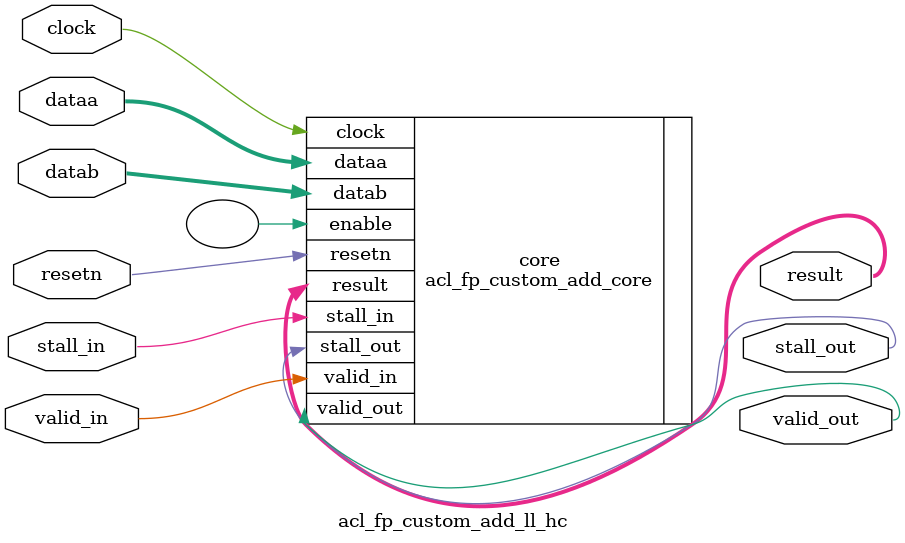
<source format=v>
    


module acl_fp_custom_add_ll_hc(clock, resetn, dataa, datab, result, valid_in, valid_out, stall_in, stall_out);
// This is a version of the adder with reduced latency.
	input clock, resetn;
	input valid_in, stall_in;
	output valid_out, stall_out;
	input [31:0] dataa;
	input [31:0] datab;
	output [31:0] result;
	// Total Latency = 8.
	
  acl_fp_custom_add_core core(
    .clock(clock),
    .resetn(resetn),
    .dataa(dataa),
    .datab(datab),
    .result(result),
    .valid_in(valid_in),
    .valid_out(valid_out),
    .stall_in(stall_in),
    .stall_out(stall_out),
    .enable());
    defparam core.HIGH_LATENCY = 0;
    defparam core.HIGH_CAPACITY = 1;
    defparam core.FLUSH_DENORMS = 0;
    defparam core.ROUNDING_MODE = 0;
    defparam core.FINITE_MATH_ONLY = 0;
    defparam core.REMOVE_STICKY = 0;	

endmodule

</source>
